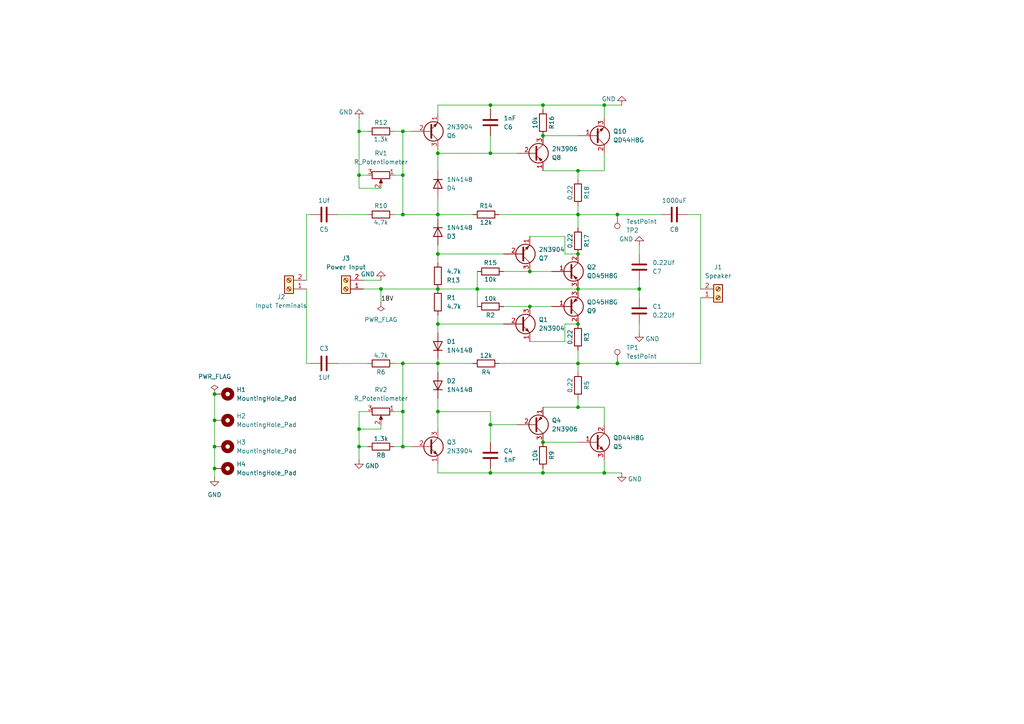
<source format=kicad_sch>
(kicad_sch (version 20231120) (generator "eeschema") (generator_version "8.0")
  (paper "A4")
  (title_block (rev "A"))
  (lib_symbols
    (symbol "2N3904_1" (pin_names (offset 0) hide)
      (property "Reference" "Q10" (at 5.08 -1.2701 0))
      (property "Value" "QD44H8G" (at 5.08 1.2699 0))
      (symbol "2N3904_1_0_1"
        (polyline (pts (xy 0.635 0.635) (xy 2.54 2.54)))
        (polyline (pts (xy 0.635 -0.635) (xy 2.54 -2.54) (xy 2.54 -2.54)))
        (polyline (pts (xy 0.635 1.905) (xy 0.635 -1.905) (xy 0.635 -1.905)) (stroke (width 0.508)))
        (polyline (pts (xy 1.27 -1.778) (xy 1.778 -1.27) (xy 2.286 -2.286) (xy 1.27 -1.778) (xy 1.27 -1.778)) (fill (type outline)))
        (circle (center 1.27 0) (radius 2.8194) (stroke (width 0.254)))
      )
      (symbol "2N3904_1_1_1"
        (pin passive line (at -5.08 0 0) (length 5.715) (name "B") (number "1"))
        (pin passive line (at 2.54 5.08 270) (length 2.54) (name "C") (number "2"))
        (pin passive line (at 2.54 -5.08 90) (length 2.54) (name "E") (number "3"))
      )
    )
    (symbol "2N3906_1" (pin_names (offset 0) hide)
      (property "Reference" "Q2" (at 5.08 1.2701 0))
      (property "Value" "QD45H8G" (at 5.08 -1.2699 0))
      (symbol "2N3906_1_0_1"
        (polyline (pts (xy 0.635 0.635) (xy 2.54 2.54)))
        (polyline (pts (xy 0.635 -0.635) (xy 2.54 -2.54) (xy 2.54 -2.54)))
        (polyline (pts (xy 0.635 1.905) (xy 0.635 -1.905) (xy 0.635 -1.905)) (stroke (width 0.508)))
        (polyline (pts (xy 2.286 -1.778) (xy 1.778 -2.286) (xy 1.27 -1.27) (xy 2.286 -1.778) (xy 2.286 -1.778)) (fill (type outline)))
        (circle (center 1.27 0) (radius 2.8194) (stroke (width 0.254)))
      )
      (symbol "2N3906_1_1_1"
        (pin input line (at -5.08 0 0) (length 5.715) (name "B") (number "1"))
        (pin passive line (at 2.54 5.08 270) (length 2.54) (name "C") (number "2"))
        (pin passive line (at 2.54 -5.08 90) (length 2.54) (name "E") (number "3"))
      )
    )
    (symbol "Connector:Screw_Terminal_01x02" (pin_names (offset 1.016) hide)
      (property "Reference" "J" (at 0 2.54 0))
      (property "Value" "Screw_Terminal_01x02" (at 0 -5.08 0))
      (symbol "Screw_Terminal_01x02_1_1"
        (rectangle (start -1.27 1.27) (end 1.27 -3.81) (stroke (width 0.254)) (fill (type background)))
        (circle (center 0 -2.54) (radius 0.635) (stroke (width 0.1524)))
        (polyline (pts (xy -0.5334 -2.2098) (xy 0.3302 -3.048)) (stroke (width 0.1524)))
        (polyline (pts (xy -0.5334 0.3302) (xy 0.3302 -0.508)) (stroke (width 0.1524)))
        (polyline (pts (xy -0.3556 -2.032) (xy 0.508 -2.8702)) (stroke (width 0.1524)))
        (polyline (pts (xy -0.3556 0.508) (xy 0.508 -0.3302)) (stroke (width 0.1524)))
        (circle (center 0 0) (radius 0.635) (stroke (width 0.1524)))
        (pin passive line (at -5.08 0 0) (length 3.81) (name "Pin_1") (number "1"))
        (pin passive line (at -5.08 -2.54 0) (length 3.81) (name "Pin_2") (number "2"))
      )
    )
    (symbol "Connector:TestPoint" (pin_numbers hide) (pin_names (offset 0.762) hide)
      (property "Reference" "TP" (at 0 6.858 0))
      (property "Value" "TestPoint" (at 0 5.08 0))
      (symbol "TestPoint_0_1"
        (circle (center 0 3.302) (radius 0.762))
      )
      (symbol "TestPoint_1_1"
        (pin passive line (at 0 0 90) (length 2.54) (name "1") (number "1"))
      )
    )
    (symbol "Device:C" (pin_numbers hide) (pin_names (offset 0.254))
      (property "Reference" "C" (at 0.635 2.54 0))
      (property "Value" "C" (at 0.635 -2.54 0))
      (symbol "C_0_1"
        (polyline (pts (xy -2.032 -0.762) (xy 2.032 -0.762)) (stroke (width 0.508)))
        (polyline (pts (xy -2.032 0.762) (xy 2.032 0.762)) (stroke (width 0.508)))
      )
      (symbol "C_1_1"
        (pin passive line (at 0 3.81 270) (length 2.794) (name "~") (number "1"))
        (pin passive line (at 0 -3.81 90) (length 2.794) (name "~") (number "2"))
      )
    )
    (symbol "Device:R" (pin_numbers hide) (pin_names (offset 0))
      (property "Reference" "R" (at 2.032 0 90))
      (property "Value" "R" (at 0 0 90))
      (symbol "R_0_1"
        (rectangle (start -1.016 -2.54) (end 1.016 2.54) (stroke (width 0.254)))
      )
      (symbol "R_1_1"
        (pin passive line (at 0 3.81 270) (length 1.27) (name "~") (number "1"))
        (pin passive line (at 0 -3.81 90) (length 1.27) (name "~") (number "2"))
      )
    )
    (symbol "Device:R_Potentiometer" (pin_names (offset 1.016) hide)
      (property "Reference" "RV" (at -4.445 0 90))
      (property "Value" "R_Potentiometer" (at -2.54 0 90))
      (symbol "R_Potentiometer_0_1"
        (polyline (pts (xy 2.54 0) (xy 1.524 0)))
        (polyline (pts (xy 1.143 0) (xy 2.286 0.508) (xy 2.286 -0.508) (xy 1.143 0)) (fill (type outline)))
        (rectangle (start 1.016 2.54) (end -1.016 -2.54) (stroke (width 0.254)))
      )
      (symbol "R_Potentiometer_1_1"
        (pin passive line (at 0 3.81 270) (length 1.27) (name "1") (number "1"))
        (pin passive line (at 3.81 0 180) (length 1.27) (name "2") (number "2"))
        (pin passive line (at 0 -3.81 90) (length 1.27) (name "3") (number "3"))
      )
    )
    (symbol "Diode:1N4148" (pin_numbers hide) (pin_names hide)
      (property "Reference" "D" (at 0 2.54 0))
      (property "Value" "1N4148" (at 0 -2.54 0))
      (symbol "1N4148_0_1"
        (polyline (pts (xy -1.27 1.27) (xy -1.27 -1.27)) (stroke (width 0.254)))
        (polyline (pts (xy 1.27 0) (xy -1.27 0)))
        (polyline (pts (xy 1.27 1.27) (xy 1.27 -1.27) (xy -1.27 0) (xy 1.27 1.27)) (stroke (width 0.254)))
      )
      (symbol "1N4148_1_1"
        (pin passive line (at -3.81 0 0) (length 2.54) (name "K") (number "1"))
        (pin passive line (at 3.81 0 180) (length 2.54) (name "A") (number "2"))
      )
    )
    (symbol "Mechanical:MountingHole_Pad" (pin_numbers hide) (pin_names (offset 1.016) hide) (exclude_from_sim yes) (in_bom no)
      (property "Reference" "H" (at 0 6.35 0))
      (property "Value" "MountingHole_Pad" (at 0 4.445 0))
      (symbol "MountingHole_Pad_0_1"
        (circle (center 0 1.27) (radius 1.27) (stroke (width 1.27)))
      )
      (symbol "MountingHole_Pad_1_1"
        (pin input line (at 0 -2.54 90) (length 2.54) (name "1") (number "1"))
      )
    )
    (symbol "Transistor_BJT:2N3904" (pin_names (offset 0) hide)
      (property "Reference" "Q" (at 5.08 1.905 0))
      (property "Value" "2N3904" (at 5.08 0 0))
      (symbol "2N3904_0_1"
        (polyline (pts (xy 0.635 0.635) (xy 2.54 2.54)))
        (polyline (pts (xy 0.635 -0.635) (xy 2.54 -2.54) (xy 2.54 -2.54)))
        (polyline (pts (xy 0.635 1.905) (xy 0.635 -1.905) (xy 0.635 -1.905)) (stroke (width 0.508)))
        (polyline (pts (xy 1.27 -1.778) (xy 1.778 -1.27) (xy 2.286 -2.286) (xy 1.27 -1.778) (xy 1.27 -1.778)) (fill (type outline)))
        (circle (center 1.27 0) (radius 2.8194) (stroke (width 0.254)))
      )
      (symbol "2N3904_1_1"
        (pin passive line (at 2.54 -5.08 90) (length 2.54) (name "E") (number "1"))
        (pin passive line (at -5.08 0 0) (length 5.715) (name "B") (number "2"))
        (pin passive line (at 2.54 5.08 270) (length 2.54) (name "C") (number "3"))
      )
    )
    (symbol "Transistor_BJT:2N3906" (pin_names (offset 0) hide)
      (property "Reference" "Q" (at 5.08 1.905 0))
      (property "Value" "2N3906" (at 5.08 0 0))
      (symbol "2N3906_0_1"
        (polyline (pts (xy 0.635 0.635) (xy 2.54 2.54)))
        (polyline (pts (xy 0.635 -0.635) (xy 2.54 -2.54) (xy 2.54 -2.54)))
        (polyline (pts (xy 0.635 1.905) (xy 0.635 -1.905) (xy 0.635 -1.905)) (stroke (width 0.508)))
        (polyline (pts (xy 2.286 -1.778) (xy 1.778 -2.286) (xy 1.27 -1.27) (xy 2.286 -1.778) (xy 2.286 -1.778)) (fill (type outline)))
        (circle (center 1.27 0) (radius 2.8194) (stroke (width 0.254)))
      )
      (symbol "2N3906_1_1"
        (pin passive line (at 2.54 -5.08 90) (length 2.54) (name "E") (number "1"))
        (pin input line (at -5.08 0 0) (length 5.715) (name "B") (number "2"))
        (pin passive line (at 2.54 5.08 270) (length 2.54) (name "C") (number "3"))
      )
    )
    (symbol "power:GND" (power) (pin_numbers hide) (pin_names (offset 0) hide)
      (property "Value" "GND" (at 0 -3.81 0))
      (symbol "GND_0_1"
        (polyline (pts (xy 0 0) (xy 0 -1.27) (xy 1.27 -1.27) (xy 0 -2.54) (xy -1.27 -1.27) (xy 0 -1.27)))
      )
      (symbol "GND_1_1"
        (pin power_in line (at 0 0 270) (length 0) (name "~") (number "1"))
      )
    )
    (symbol "power:PWR_FLAG" (power) (pin_numbers hide) (pin_names (offset 0) hide)
      (property "Value" "PWR_FLAG" (at 0 3.81 0))
      (symbol "PWR_FLAG_0_0"
        (pin power_out line (at 0 0 90) (length 0) (name "~") (number "1"))
      )
      (symbol "PWR_FLAG_0_1"
        (polyline (pts (xy 0 0) (xy 0 1.27) (xy -1.016 1.905) (xy 0 2.54) (xy 1.016 1.905) (xy 0 1.27)))
      )
    )
  )
  (junction (at 116.84 62.23))
  (junction (at 142.24 137.16))
  (junction (at 179.07 62.23))
  (junction (at 127 119.38))
  (junction (at 116.84 38.1))
  (junction (at 62.23 129.54))
  (junction (at 116.84 129.54))
  (junction (at 153.67 78.74))
  (junction (at 142.24 123.19))
  (junction (at 127 105.41))
  (junction (at 62.23 135.89))
  (junction (at 167.64 73.66))
  (junction (at 104.14 38.1))
  (junction (at 116.84 50.8))
  (junction (at 157.48 30.48))
  (junction (at 153.67 88.9))
  (junction (at 127 73.66))
  (junction (at 116.84 119.38))
  (junction (at 157.48 39.37))
  (junction (at 127 83.82))
  (junction (at 167.64 49.53))
  (junction (at 127 62.23))
  (junction (at 157.48 137.16))
  (junction (at 62.23 114.3))
  (junction (at 127 93.98))
  (junction (at 104.14 50.8))
  (junction (at 167.64 83.82))
  (junction (at 167.64 62.23))
  (junction (at 104.14 129.54))
  (junction (at 142.24 44.45))
  (junction (at 157.48 128.27))
  (junction (at 179.07 105.41))
  (junction (at 62.23 121.92))
  (junction (at 104.14 124.46))
  (junction (at 167.64 93.98))
  (junction (at 175.26 30.48))
  (junction (at 167.64 105.41))
  (junction (at 138.43 83.82))
  (junction (at 185.42 83.82))
  (junction (at 127 44.45))
  (junction (at 142.24 30.48))
  (junction (at 110.49 83.82))
  (junction (at 175.26 137.16))
  (junction (at 116.84 105.41))
  (junction (at 167.64 118.11))
  (wire (pts (xy 104.14 38.1) (xy 104.14 34.29)))
  (wire (pts (xy 116.84 62.23) (xy 116.84 50.8)))
  (wire (pts (xy 106.68 38.1) (xy 104.14 38.1)))
  (wire (pts (xy 175.26 133.35) (xy 175.26 137.16)))
  (wire (pts (xy 127 83.82) (xy 138.43 83.82)))
  (wire (pts (xy 146.05 88.9) (xy 153.67 88.9)))
  (wire (pts (xy 167.64 93.98) (xy 163.83 93.98)))
  (wire (pts (xy 144.78 62.23) (xy 167.64 62.23)))
  (wire (pts (xy 105.41 83.82) (xy 110.49 83.82)))
  (wire (pts (xy 142.24 135.89) (xy 142.24 137.16)))
  (wire (pts (xy 167.64 62.23) (xy 179.07 62.23)))
  (wire (pts (xy 167.64 118.11) (xy 175.26 118.11)))
  (wire (pts (xy 167.64 83.82) (xy 185.42 83.82)))
  (wire (pts (xy 142.24 123.19) (xy 142.24 128.27)))
  (wire (pts (xy 116.84 105.41) (xy 116.84 119.38)))
  (wire (pts (xy 114.3 129.54) (xy 116.84 129.54)))
  (wire (pts (xy 104.14 124.46) (xy 104.14 129.54)))
  (wire (pts (xy 110.49 83.82) (xy 127 83.82)))
  (wire (pts (xy 114.3 62.23) (xy 116.84 62.23)))
  (wire (pts (xy 167.64 62.23) (xy 167.64 59.69)))
  (wire (pts (xy 146.05 78.74) (xy 153.67 78.74)))
  (wire (pts (xy 114.3 50.8) (xy 116.84 50.8)))
  (wire (pts (xy 127 76.2) (xy 127 73.66)))
  (wire (pts (xy 127 73.66) (xy 127 71.12)))
  (wire (pts (xy 106.68 50.8) (xy 104.14 50.8)))
  (wire (pts (xy 175.26 118.11) (xy 175.26 123.19)))
  (wire (pts (xy 104.14 124.46) (xy 110.49 124.46)))
  (wire (pts (xy 127 49.53) (xy 127 44.45)))
  (wire (pts (xy 114.3 119.38) (xy 116.84 119.38)))
  (wire (pts (xy 127 105.41) (xy 127 107.95)))
  (wire (pts (xy 142.24 44.45) (xy 149.86 44.45)))
  (wire (pts (xy 104.14 50.8) (xy 104.14 38.1)))
  (wire (pts (xy 127 105.41) (xy 127 104.14)))
  (wire (pts (xy 163.83 93.98) (xy 163.83 99.06)))
  (wire (pts (xy 153.67 68.58) (xy 163.83 68.58)))
  (wire (pts (xy 127 44.45) (xy 142.24 44.45)))
  (wire (pts (xy 104.14 119.38) (xy 104.14 124.46)))
  (wire (pts (xy 127 44.45) (xy 127 43.18)))
  (wire (pts (xy 104.14 119.38) (xy 106.68 119.38)))
  (wire (pts (xy 138.43 83.82) (xy 138.43 88.9)))
  (wire (pts (xy 142.24 30.48) (xy 157.48 30.48)))
  (wire (pts (xy 167.64 73.66) (xy 163.83 73.66)))
  (wire (pts (xy 116.84 129.54) (xy 119.38 129.54)))
  (wire (pts (xy 137.16 105.41) (xy 127 105.41)))
  (wire (pts (xy 142.24 137.16) (xy 157.48 137.16)))
  (wire (pts (xy 127 119.38) (xy 127 124.46)))
  (wire (pts (xy 114.3 38.1) (xy 116.84 38.1)))
  (wire (pts (xy 137.16 62.23) (xy 127 62.23)))
  (wire (pts (xy 203.2 86.36) (xy 203.2 105.41)))
  (wire (pts (xy 167.64 52.07) (xy 167.64 49.53)))
  (wire (pts (xy 88.9 105.41) (xy 90.17 105.41)))
  (wire (pts (xy 106.68 129.54) (xy 104.14 129.54)))
  (wire (pts (xy 127 91.44) (xy 127 93.98)))
  (wire (pts (xy 179.07 62.23) (xy 191.77 62.23)))
  (wire (pts (xy 157.48 30.48) (xy 175.26 30.48)))
  (wire (pts (xy 62.23 129.54) (xy 62.23 135.89)))
  (wire (pts (xy 199.39 62.23) (xy 203.2 62.23)))
  (wire (pts (xy 116.84 38.1) (xy 119.38 38.1)))
  (wire (pts (xy 167.64 105.41) (xy 179.07 105.41)))
  (wire (pts (xy 175.26 137.16) (xy 180.34 137.16)))
  (wire (pts (xy 153.67 88.9) (xy 160.02 88.9)))
  (wire (pts (xy 62.23 135.89) (xy 62.23 138.43)))
  (wire (pts (xy 153.67 78.74) (xy 160.02 78.74)))
  (wire (pts (xy 127 93.98) (xy 127 96.52)))
  (wire (pts (xy 157.48 118.11) (xy 167.64 118.11)))
  (wire (pts (xy 97.79 62.23) (xy 106.68 62.23)))
  (wire (pts (xy 114.3 105.41) (xy 116.84 105.41)))
  (wire (pts (xy 127 33.02) (xy 127 30.48)))
  (wire (pts (xy 175.26 34.29) (xy 175.26 30.48)))
  (wire (pts (xy 97.79 105.41) (xy 106.68 105.41)))
  (wire (pts (xy 157.48 135.89) (xy 157.48 137.16)))
  (wire (pts (xy 104.14 129.54) (xy 104.14 133.35)))
  (wire (pts (xy 203.2 62.23) (xy 203.2 83.82)))
  (wire (pts (xy 127 62.23) (xy 127 63.5)))
  (wire (pts (xy 127 62.23) (xy 127 57.15)))
  (wire (pts (xy 88.9 62.23) (xy 88.9 81.28)))
  (wire (pts (xy 138.43 83.82) (xy 167.64 83.82)))
  (wire (pts (xy 175.26 49.53) (xy 175.26 44.45)))
  (wire (pts (xy 185.42 83.82) (xy 185.42 81.28)))
  (wire (pts (xy 142.24 44.45) (xy 142.24 39.37)))
  (wire (pts (xy 167.64 115.57) (xy 167.64 118.11)))
  (wire (pts (xy 185.42 93.98) (xy 185.42 96.52)))
  (wire (pts (xy 167.64 49.53) (xy 175.26 49.53)))
  (wire (pts (xy 157.48 128.27) (xy 167.64 128.27)))
  (wire (pts (xy 185.42 83.82) (xy 185.42 86.36)))
  (wire (pts (xy 185.42 71.12) (xy 185.42 73.66)))
  (wire (pts (xy 116.84 62.23) (xy 127 62.23)))
  (wire (pts (xy 116.84 38.1) (xy 116.84 50.8)))
  (wire (pts (xy 104.14 54.61) (xy 104.14 50.8)))
  (wire (pts (xy 127 93.98) (xy 146.05 93.98)))
  (wire (pts (xy 62.23 114.3) (xy 62.23 121.92)))
  (wire (pts (xy 110.49 124.46) (xy 110.49 123.19)))
  (wire (pts (xy 179.07 105.41) (xy 203.2 105.41)))
  (wire (pts (xy 175.26 30.48) (xy 180.34 30.48)))
  (wire (pts (xy 127 119.38) (xy 142.24 119.38)))
  (wire (pts (xy 167.64 105.41) (xy 167.64 107.95)))
  (wire (pts (xy 116.84 119.38) (xy 116.84 129.54)))
  (wire (pts (xy 127 115.57) (xy 127 119.38)))
  (wire (pts (xy 127 73.66) (xy 146.05 73.66)))
  (wire (pts (xy 142.24 119.38) (xy 142.24 123.19)))
  (wire (pts (xy 127 134.62) (xy 127 137.16)))
  (wire (pts (xy 142.24 31.75) (xy 142.24 30.48)))
  (wire (pts (xy 127 137.16) (xy 142.24 137.16)))
  (wire (pts (xy 127 30.48) (xy 142.24 30.48)))
  (wire (pts (xy 157.48 137.16) (xy 175.26 137.16)))
  (wire (pts (xy 157.48 49.53) (xy 167.64 49.53)))
  (wire (pts (xy 153.67 99.06) (xy 163.83 99.06)))
  (wire (pts (xy 110.49 83.82) (xy 110.49 87.63)))
  (wire (pts (xy 88.9 83.82) (xy 88.9 105.41)))
  (wire (pts (xy 167.64 105.41) (xy 167.64 101.6)))
  (wire (pts (xy 105.41 81.28) (xy 110.49 81.28)))
  (wire (pts (xy 157.48 31.75) (xy 157.48 30.48)))
  (wire (pts (xy 144.78 105.41) (xy 167.64 105.41)))
  (wire (pts (xy 138.43 83.82) (xy 138.43 78.74)))
  (wire (pts (xy 88.9 62.23) (xy 90.17 62.23)))
  (wire (pts (xy 116.84 105.41) (xy 127 105.41)))
  (wire (pts (xy 62.23 121.92) (xy 62.23 129.54)))
  (wire (pts (xy 167.64 62.23) (xy 167.64 66.04)))
  (wire (pts (xy 142.24 123.19) (xy 149.86 123.19)))
  (wire (pts (xy 163.83 73.66) (xy 163.83 68.58)))
  (wire (pts (xy 157.48 39.37) (xy 167.64 39.37)))
  (wire (pts (xy 110.49 54.61) (xy 104.14 54.61)))
  (label "18V" (at 110.49 87.63 0))
  (symbol (lib_name "2N3904_1") (lib_id "Transistor_BJT:2N3904") (at 172.72 128.27 0) (unit 1)
    (property "Reference" "Q5" (at 177.8 129.5401 0) (effects (justify left)))
    (property "Value" "QD44H8G" (at 177.8 127.0001 0) (effects (justify left)))
    (property "Footprint" "Package_TO_SOT_THT:TO-220-3_Vertical" (effects (hide yes)))
    (property "Datasheet" "https://www.onsemi.com/pub/Collateral/2N3903-D.PDF" (effects (hide yes)))
    (property "Description" "0.2A Ic, 40V Vce, Small Signal NPN Transistor, TO-92" (effects (hide yes)))
  )
  (symbol (lib_id "Device:C") (at 185.42 77.47 0) (mirror x) (unit 1)
    (property "Reference" "C7" (at 189.23 78.7401 0) (effects (justify left)))
    (property "Value" "0.22Uf" (at 189.23 76.2001 0) (effects (justify left)))
    (property "Footprint" "Capacitor_THT:C_Rect_L7.0mm_W3.5mm_P5.00mm" (effects (hide yes)))
    (property "Description" "Unpolarized capacitor" (effects (hide yes)))
  )
  (symbol (lib_id "Device:R") (at 167.64 55.88 0) (mirror x) (unit 1)
    (property "Reference" "R18" (at 170.18 55.88 90))
    (property "Value" "0.22" (at 165.354 55.88 90))
    (property "Footprint" "Resistor_THT:R_Axial_DIN0207_L6.3mm_D2.5mm_P10.16mm_Horizontal" (effects (hide yes)))
    (property "Description" "Resistor" (effects (hide yes)))
  )
  (symbol (lib_id "Device:R") (at 140.97 62.23 270) (mirror x) (unit 1)
    (property "Reference" "R14" (at 140.97 59.69 90))
    (property "Value" "12k" (at 140.97 64.516 90))
    (property "Footprint" "Resistor_THT:R_Axial_DIN0207_L6.3mm_D2.5mm_P10.16mm_Horizontal" (effects (hide yes)))
    (property "Description" "Resistor" (effects (hide yes)))
  )
  (symbol (lib_id "power:GND") (at 180.34 30.48 180) (unit 1)
    (property "Reference" "#PWR05" (effects (hide yes)))
    (property "Value" "GND" (at 176.53 28.702 0))
    (property "Description" "Power symbol creates a global label with name \"GND\" , ground" (effects (hide yes)))
  )
  (symbol (lib_id "Device:R") (at 142.24 88.9 270) (unit 1)
    (property "Reference" "R2" (at 142.24 91.44 90))
    (property "Value" "10k" (at 142.24 86.614 90))
    (property "Footprint" "Resistor_THT:R_Axial_DIN0207_L6.3mm_D2.5mm_P10.16mm_Horizontal" (effects (hide yes)))
    (property "Description" "Resistor" (effects (hide yes)))
  )
  (symbol (lib_id "Device:R") (at 110.49 105.41 270) (unit 1)
    (property "Reference" "R6" (at 110.49 107.95 90))
    (property "Value" "4.7k" (at 110.49 103.124 90))
    (property "Footprint" "Resistor_THT:R_Axial_DIN0207_L6.3mm_D2.5mm_P10.16mm_Horizontal" (effects (hide yes)))
    (property "Description" "Resistor" (effects (hide yes)))
  )
  (symbol (lib_id "power:GND") (at 185.42 71.12 180) (unit 1)
    (property "Reference" "#PWR06" (effects (hide yes)))
    (property "Value" "GND" (at 181.61 69.342 0))
    (property "Description" "Power symbol creates a global label with name \"GND\" , ground" (effects (hide yes)))
  )
  (symbol (lib_id "Device:C") (at 195.58 62.23 90) (mirror x) (unit 1)
    (property "Reference" "C8" (at 195.58 66.548 90))
    (property "Value" "1000uF" (at 195.58 58.166 90))
    (property "Footprint" "Capacitor_THT:CP_Radial_D12.5mm_P5.00mm" (effects (hide yes)))
    (property "Description" "Unpolarized capacitor" (effects (hide yes)))
  )
  (symbol (lib_id "Device:R") (at 167.64 111.76 0) (unit 1)
    (property "Reference" "R5" (at 170.18 111.76 90))
    (property "Value" "0.22" (at 165.354 111.76 90))
    (property "Footprint" "Resistor_THT:R_Axial_DIN0207_L6.3mm_D2.5mm_P10.16mm_Horizontal" (effects (hide yes)))
    (property "Description" "Resistor" (effects (hide yes)))
  )
  (symbol (lib_id "Device:C") (at 93.98 105.41 90) (unit 1)
    (property "Reference" "C3" (at 93.98 101.092 90))
    (property "Value" "1Uf" (at 93.98 109.474 90))
    (property "Footprint" "Capacitor_THT:CP_Radial_D5.0mm_P2.00mm" (effects (hide yes)))
    (property "Description" "Unpolarized capacitor" (effects (hide yes)))
  )
  (symbol (lib_id "Connector:TestPoint") (at 179.07 62.23 0) (mirror x) (unit 1)
    (property "Reference" "TP2" (at 181.61 66.8021 0) (effects (justify left)))
    (property "Value" "TestPoint" (at 181.61 64.2621 0) (effects (justify left)))
    (property "Footprint" "TestPoint:TestPoint_Plated_Hole_D2.0mm" (effects (hide yes)))
    (property "Description" "test point" (effects (hide yes)))
  )
  (symbol (lib_name "2N3906_1") (lib_id "Transistor_BJT:2N3906") (at 165.1 88.9 0) (mirror x) (unit 1)
    (property "Reference" "Q9" (at 170.18 90.1701 0) (effects (justify left)))
    (property "Value" "QD45H8G" (at 170.18 87.6301 0) (effects (justify left)))
    (property "Footprint" "Package_TO_SOT_THT:TO-220-3_Vertical" (effects (hide yes)))
    (property "Datasheet" "https://www.onsemi.com/pub/Collateral/2N3906-D.PDF" (effects (hide yes)))
    (property "Description" "-0.2A Ic, -40V Vce, Small Signal PNP Transistor, TO-92" (effects (hide yes)))
  )
  (symbol (lib_id "Connector:TestPoint") (at 179.07 105.41 0) (unit 1)
    (property "Reference" "TP1" (at 181.61 100.8379 0) (effects (justify left)))
    (property "Value" "TestPoint" (at 181.61 103.3779 0) (effects (justify left)))
    (property "Footprint" "TestPoint:TestPoint_Plated_Hole_D2.0mm" (effects (hide yes)))
    (property "Description" "test point" (effects (hide yes)))
  )
  (symbol (lib_id "Diode:1N4148") (at 127 53.34 90) (mirror x) (unit 1)
    (property "Reference" "D4" (at 129.54 54.6101 90) (effects (justify right)))
    (property "Value" "1N4148" (at 129.54 52.0701 90) (effects (justify right)))
    (property "Footprint" "Diode_THT:D_DO-41_SOD81_P10.16mm_Horizontal" (effects (hide yes)))
    (property "Datasheet" "https://assets.nexperia.com/documents/data-sheet/1N4148_1N4448.pdf" (effects (hide yes)))
    (property "Description" "100V 0.15A standard switching diode, DO-35" (effects (hide yes)))
    (property "Sim.Device" "D" (effects (hide yes)))
    (property "Sim.Pins" "1=K 2=A" (effects (hide yes)))
  )
  (symbol (lib_id "Device:R") (at 127 80.01 0) (mirror x) (unit 1)
    (property "Reference" "R13" (at 129.54 81.2801 0) (effects (justify left)))
    (property "Value" "4.7k" (at 129.54 78.7401 0) (effects (justify left)))
    (property "Footprint" "Resistor_THT:R_Axial_DIN0207_L6.3mm_D2.5mm_P10.16mm_Horizontal" (effects (hide yes)))
    (property "Description" "Resistor" (effects (hide yes)))
  )
  (symbol (lib_id "Device:R") (at 110.49 62.23 270) (mirror x) (unit 1)
    (property "Reference" "R10" (at 110.49 59.69 90))
    (property "Value" "4.7k" (at 110.49 64.516 90))
    (property "Footprint" "Resistor_THT:R_Axial_DIN0207_L6.3mm_D2.5mm_P10.16mm_Horizontal" (effects (hide yes)))
    (property "Description" "Resistor" (effects (hide yes)))
  )
  (symbol (lib_id "Device:C") (at 185.42 90.17 0) (unit 1)
    (property "Reference" "C1" (at 189.23 88.8999 0) (effects (justify left)))
    (property "Value" "0.22Uf" (at 189.23 91.4399 0) (effects (justify left)))
    (property "Footprint" "Capacitor_THT:C_Rect_L7.0mm_W3.5mm_P5.00mm" (effects (hide yes)))
    (property "Description" "Unpolarized capacitor" (effects (hide yes)))
  )
  (symbol (lib_id "Device:R") (at 157.48 35.56 0) (mirror x) (unit 1)
    (property "Reference" "R16" (at 160.02 35.56 90))
    (property "Value" "10k" (at 155.194 35.56 90))
    (property "Footprint" "Resistor_THT:R_Axial_DIN0207_L6.3mm_D2.5mm_P10.16mm_Horizontal" (effects (hide yes)))
    (property "Description" "Resistor" (effects (hide yes)))
  )
  (symbol (lib_name "2N3904_1") (lib_id "Transistor_BJT:2N3904") (at 172.72 39.37 0) (mirror x) (unit 1)
    (property "Reference" "Q10" (at 177.8 38.0999 0) (effects (justify left)))
    (property "Value" "QD44H8G" (at 177.8 40.6399 0) (effects (justify left)))
    (property "Footprint" "Package_TO_SOT_THT:TO-220-3_Vertical" (effects (hide yes)))
    (property "Datasheet" "https://www.onsemi.com/pub/Collateral/2N3903-D.PDF" (effects (hide yes)))
    (property "Description" "0.2A Ic, 40V Vce, Small Signal NPN Transistor, TO-92" (effects (hide yes)))
  )
  (symbol (lib_id "power:GND") (at 110.49 81.28 180) (unit 1)
    (property "Reference" "#PWR07" (effects (hide yes)))
    (property "Value" "GND" (at 106.68 79.502 0))
    (property "Description" "Power symbol creates a global label with name \"GND\" , ground" (effects (hide yes)))
  )
  (symbol (lib_id "Connector:Screw_Terminal_01x02") (at 83.82 83.82 180) (unit 1)
    (property "Reference" "J2" (at 81.534 86.106 0))
    (property "Value" "Input Terminals" (at 81.534 88.646 0))
    (property "Footprint" "TerminalBlock_Phoenix:TerminalBlock_Phoenix_MKDS-1,5-2_1x02_P5.00mm_Horizontal" (effects (hide yes)))
    (property "Description" "Generic screw terminal, single row, 01x02, script generated (kicad-library-utils/schlib/autogen/connector/)" (effects (hide yes)))
  )
  (symbol (lib_id "Device:R") (at 140.97 105.41 270) (unit 1)
    (property "Reference" "R4" (at 140.97 107.95 90))
    (property "Value" "12k" (at 140.97 103.124 90))
    (property "Footprint" "Resistor_THT:R_Axial_DIN0207_L6.3mm_D2.5mm_P10.16mm_Horizontal" (effects (hide yes)))
    (property "Description" "Resistor" (effects (hide yes)))
  )
  (symbol (lib_id "Connector:Screw_Terminal_01x02") (at 100.33 83.82 180) (unit 1)
    (property "Reference" "J3" (at 100.33 74.93 0))
    (property "Value" "Power Input" (at 100.33 77.47 0))
    (property "Footprint" "TerminalBlock_Phoenix:TerminalBlock_Phoenix_MKDS-1,5-2_1x02_P5.00mm_Horizontal" (effects (hide yes)))
    (property "Description" "Generic screw terminal, single row, 01x02, script generated (kicad-library-utils/schlib/autogen/connector/)" (effects (hide yes)))
  )
  (symbol (lib_id "power:GND") (at 185.42 96.52 0) (unit 1)
    (property "Reference" "#PWR01" (effects (hide yes)))
    (property "Value" "GND" (at 189.23 98.298 0))
    (property "Description" "Power symbol creates a global label with name \"GND\" , ground" (effects (hide yes)))
  )
  (symbol (lib_id "Mechanical:MountingHole_Pad") (at 64.77 114.3 270) (unit 1) (exclude_from_sim yes) (in_bom no)
    (property "Reference" "H1" (at 68.58 113.0299 90) (effects (justify left)))
    (property "Value" "MountingHole_Pad" (at 68.58 115.5699 90) (effects (justify left)))
    (property "Footprint" "MountingHole:MountingHole_3.5mm_Pad" (effects (hide yes)))
    (property "Description" "Mounting Hole with connection" (effects (hide yes)))
  )
  (symbol (lib_id "Mechanical:MountingHole_Pad") (at 64.77 121.92 270) (unit 1) (exclude_from_sim yes) (in_bom no)
    (property "Reference" "H2" (at 68.58 120.6499 90) (effects (justify left)))
    (property "Value" "MountingHole_Pad" (at 68.58 123.1899 90) (effects (justify left)))
    (property "Footprint" "MountingHole:MountingHole_3.5mm_Pad" (effects (hide yes)))
    (property "Description" "Mounting Hole with connection" (effects (hide yes)))
  )
  (symbol (lib_id "Device:R") (at 167.64 69.85 0) (mirror x) (unit 1)
    (property "Reference" "R17" (at 170.18 69.85 90))
    (property "Value" "0.22" (at 165.354 69.85 90))
    (property "Footprint" "Resistor_THT:R_Axial_DIN0207_L6.3mm_D2.5mm_P10.16mm_Horizontal" (effects (hide yes)))
    (property "Description" "Resistor" (effects (hide yes)))
  )
  (symbol (lib_id "Mechanical:MountingHole_Pad") (at 64.77 135.89 270) (unit 1) (exclude_from_sim yes) (in_bom no)
    (property "Reference" "H4" (at 68.58 134.6199 90) (effects (justify left)))
    (property "Value" "MountingHole_Pad" (at 68.58 137.1599 90) (effects (justify left)))
    (property "Footprint" "MountingHole:MountingHole_3.5mm_Pad" (effects (hide yes)))
    (property "Description" "Mounting Hole with connection" (effects (hide yes)))
  )
  (symbol (lib_id "power:GND") (at 62.23 138.43 0) (unit 1)
    (property "Reference" "#PWR09" (effects (hide yes)))
    (property "Value" "GND" (at 62.23 143.51 0))
    (property "Description" "Power symbol creates a global label with name \"GND\" , ground" (effects (hide yes)))
  )
  (symbol (lib_id "Device:C") (at 142.24 132.08 0) (unit 1)
    (property "Reference" "C4" (at 146.05 130.8099 0) (effects (justify left)))
    (property "Value" "1nF" (at 146.05 133.3499 0) (effects (justify left)))
    (property "Footprint" "Capacitor_THT:C_Disc_D5.1mm_W3.2mm_P5.00mm" (effects (hide yes)))
    (property "Description" "Unpolarized capacitor" (effects (hide yes)))
  )
  (symbol (lib_id "power:GND") (at 104.14 133.35 0) (unit 1)
    (property "Reference" "#PWR02" (effects (hide yes)))
    (property "Value" "GND" (at 107.95 135.128 0))
    (property "Description" "Power symbol creates a global label with name \"GND\" , ground" (effects (hide yes)))
  )
  (symbol (lib_id "power:PWR_FLAG") (at 110.49 87.63 180) (unit 1)
    (property "Reference" "#FLG01" (effects (hide yes)))
    (property "Value" "PWR_FLAG" (at 110.49 92.71 0))
    (property "Description" "Special symbol for telling ERC where power comes from" (effects (hide yes)))
  )
  (symbol (lib_id "Diode:1N4148") (at 127 67.31 90) (mirror x) (unit 1)
    (property "Reference" "D3" (at 129.54 68.5801 90) (effects (justify right)))
    (property "Value" "1N4148" (at 129.54 66.0401 90) (effects (justify right)))
    (property "Footprint" "Diode_THT:D_DO-41_SOD81_P10.16mm_Horizontal" (effects (hide yes)))
    (property "Datasheet" "https://assets.nexperia.com/documents/data-sheet/1N4148_1N4448.pdf" (effects (hide yes)))
    (property "Description" "100V 0.15A standard switching diode, DO-35" (effects (hide yes)))
    (property "Sim.Device" "D" (effects (hide yes)))
    (property "Sim.Pins" "1=K 2=A" (effects (hide yes)))
  )
  (symbol (lib_id "Transistor_BJT:2N3904") (at 124.46 129.54 0) (unit 1)
    (property "Reference" "Q3" (at 129.54 128.2699 0) (effects (justify left)))
    (property "Value" "2N3904" (at 129.54 130.8099 0) (effects (justify left)))
    (property "Footprint" "Package_TO_SOT_THT:TO-92_Wide" (effects (hide yes)))
    (property "Datasheet" "https://www.onsemi.com/pub/Collateral/2N3903-D.PDF" (effects (hide yes)))
    (property "Description" "0.2A Ic, 40V Vce, Small Signal NPN Transistor, TO-92" (effects (hide yes)))
  )
  (symbol (lib_id "Device:R") (at 110.49 38.1 270) (mirror x) (unit 1)
    (property "Reference" "R12" (at 110.49 35.56 90))
    (property "Value" "1.3k" (at 110.49 40.386 90))
    (property "Footprint" "Resistor_THT:R_Axial_DIN0207_L6.3mm_D2.5mm_P10.16mm_Horizontal" (effects (hide yes)))
    (property "Description" "Resistor" (effects (hide yes)))
  )
  (symbol (lib_id "Mechanical:MountingHole_Pad") (at 64.77 129.54 270) (unit 1) (exclude_from_sim yes) (in_bom no)
    (property "Reference" "H3" (at 68.58 128.2699 90) (effects (justify left)))
    (property "Value" "MountingHole_Pad" (at 68.58 130.8099 90) (effects (justify left)))
    (property "Footprint" "MountingHole:MountingHole_3.5mm_Pad" (effects (hide yes)))
    (property "Description" "Mounting Hole with connection" (effects (hide yes)))
  )
  (symbol (lib_id "Transistor_BJT:2N3904") (at 151.13 93.98 0) (unit 1)
    (property "Reference" "Q1" (at 156.21 92.7099 0) (effects (justify left)))
    (property "Value" "2N3904" (at 156.21 95.2499 0) (effects (justify left)))
    (property "Footprint" "Package_TO_SOT_THT:TO-92_Wide" (effects (hide yes)))
    (property "Datasheet" "https://www.onsemi.com/pub/Collateral/2N3903-D.PDF" (effects (hide yes)))
    (property "Description" "0.2A Ic, 40V Vce, Small Signal NPN Transistor, TO-92" (effects (hide yes)))
  )
  (symbol (lib_id "Device:C") (at 142.24 35.56 0) (mirror x) (unit 1)
    (property "Reference" "C6" (at 146.05 36.8301 0) (effects (justify left)))
    (property "Value" "1nF" (at 146.05 34.2901 0) (effects (justify left)))
    (property "Footprint" "Capacitor_THT:C_Disc_D5.1mm_W3.2mm_P5.00mm" (effects (hide yes)))
    (property "Description" "Unpolarized capacitor" (effects (hide yes)))
  )
  (symbol (lib_id "Device:R_Potentiometer") (at 110.49 119.38 270) (unit 1)
    (property "Reference" "RV2" (at 110.49 113.03 90))
    (property "Value" "R_Potentiometer" (at 110.49 115.57 90))
    (property "Footprint" "Potentiometer_THT:Potentiometer_Bourns_3386P_Vertical" (effects (hide yes)))
    (property "Description" "Potentiometer" (effects (hide yes)))
  )
  (symbol (lib_id "power:PWR_FLAG") (at 62.23 114.3 0) (unit 1)
    (property "Reference" "#FLG02" (effects (hide yes)))
    (property "Value" "PWR_FLAG" (at 62.23 109.22 0))
    (property "Description" "Special symbol for telling ERC where power comes from" (effects (hide yes)))
  )
  (symbol (lib_id "Device:R") (at 110.49 129.54 270) (unit 1)
    (property "Reference" "R8" (at 110.49 132.08 90))
    (property "Value" "1.3k" (at 110.49 127.254 90))
    (property "Footprint" "Resistor_THT:R_Axial_DIN0207_L6.3mm_D2.5mm_P10.16mm_Horizontal" (effects (hide yes)))
    (property "Description" "Resistor" (effects (hide yes)))
  )
  (symbol (lib_id "Transistor_BJT:2N3906") (at 154.94 123.19 0) (mirror x) (unit 1)
    (property "Reference" "Q4" (at 160.02 121.9199 0) (effects (justify left)))
    (property "Value" "2N3906" (at 160.02 124.4599 0) (effects (justify left)))
    (property "Footprint" "Package_TO_SOT_THT:TO-92_Wide" (effects (hide yes)))
    (property "Datasheet" "https://www.onsemi.com/pub/Collateral/2N3906-D.PDF" (effects (hide yes)))
    (property "Description" "-0.2A Ic, -40V Vce, Small Signal PNP Transistor, TO-92" (effects (hide yes)))
  )
  (symbol (lib_id "Device:C") (at 93.98 62.23 90) (mirror x) (unit 1)
    (property "Reference" "C5" (at 93.98 66.548 90))
    (property "Value" "1Uf" (at 93.98 58.166 90))
    (property "Footprint" "Capacitor_THT:CP_Radial_D5.0mm_P2.00mm" (effects (hide yes)))
    (property "Description" "Unpolarized capacitor" (effects (hide yes)))
  )
  (symbol (lib_id "Device:R") (at 157.48 132.08 0) (unit 1)
    (property "Reference" "R9" (at 160.02 132.08 90))
    (property "Value" "10k" (at 155.194 132.08 90))
    (property "Footprint" "Resistor_THT:R_Axial_DIN0207_L6.3mm_D2.5mm_P10.16mm_Horizontal" (effects (hide yes)))
    (property "Description" "Resistor" (effects (hide yes)))
  )
  (symbol (lib_id "Transistor_BJT:2N3906") (at 154.94 44.45 0) (unit 1)
    (property "Reference" "Q8" (at 160.02 45.7201 0) (effects (justify left)))
    (property "Value" "2N3906" (at 160.02 43.1801 0) (effects (justify left)))
    (property "Footprint" "Package_TO_SOT_THT:TO-92_Wide" (effects (hide yes)))
    (property "Datasheet" "https://www.onsemi.com/pub/Collateral/2N3906-D.PDF" (effects (hide yes)))
    (property "Description" "-0.2A Ic, -40V Vce, Small Signal PNP Transistor, TO-92" (effects (hide yes)))
  )
  (symbol (lib_id "Transistor_BJT:2N3904") (at 151.13 73.66 0) (mirror x) (unit 1)
    (property "Reference" "Q7" (at 156.21 74.9301 0) (effects (justify left)))
    (property "Value" "2N3904" (at 156.21 72.3901 0) (effects (justify left)))
    (property "Footprint" "Package_TO_SOT_THT:TO-92_Wide" (effects (hide yes)))
    (property "Datasheet" "https://www.onsemi.com/pub/Collateral/2N3903-D.PDF" (effects (hide yes)))
    (property "Description" "0.2A Ic, 40V Vce, Small Signal NPN Transistor, TO-92" (effects (hide yes)))
  )
  (symbol (lib_id "Connector:Screw_Terminal_01x02") (at 208.28 86.36 0) (mirror x) (unit 1)
    (property "Reference" "J1" (at 208.28 77.47 0))
    (property "Value" "Speaker" (at 208.28 80.01 0))
    (property "Footprint" "TerminalBlock_Phoenix:TerminalBlock_Phoenix_MKDS-1,5-2_1x02_P5.00mm_Horizontal" (effects (hide yes)))
    (property "Description" "Generic screw terminal, single row, 01x02, script generated (kicad-library-utils/schlib/autogen/connector/)" (effects (hide yes)))
  )
  (symbol (lib_id "Device:R_Potentiometer") (at 110.49 50.8 270) (unit 1)
    (property "Reference" "RV1" (at 110.49 44.45 90))
    (property "Value" "R_Potentiometer" (at 110.49 46.99 90))
    (property "Footprint" "Potentiometer_THT:Potentiometer_Bourns_3386P_Vertical" (effects (hide yes)))
    (property "Description" "Potentiometer" (effects (hide yes)))
  )
  (symbol (lib_id "power:GND") (at 104.14 34.29 180) (unit 1)
    (property "Reference" "#PWR04" (effects (hide yes)))
    (property "Value" "GND" (at 100.33 32.512 0))
    (property "Description" "Power symbol creates a global label with name \"GND\" , ground" (effects (hide yes)))
  )
  (symbol (lib_id "Device:R") (at 142.24 78.74 270) (mirror x) (unit 1)
    (property "Reference" "R15" (at 142.24 76.2 90))
    (property "Value" "10k" (at 142.24 81.026 90))
    (property "Footprint" "Resistor_THT:R_Axial_DIN0207_L6.3mm_D2.5mm_P10.16mm_Horizontal" (effects (hide yes)))
    (property "Description" "Resistor" (effects (hide yes)))
  )
  (symbol (lib_id "Diode:1N4148") (at 127 111.76 90) (unit 1)
    (property "Reference" "D2" (at 129.54 110.4899 90) (effects (justify right)))
    (property "Value" "1N4148" (at 129.54 113.0299 90) (effects (justify right)))
    (property "Footprint" "Diode_THT:D_DO-41_SOD81_P10.16mm_Horizontal" (effects (hide yes)))
    (property "Datasheet" "https://assets.nexperia.com/documents/data-sheet/1N4148_1N4448.pdf" (effects (hide yes)))
    (property "Description" "100V 0.15A standard switching diode, DO-35" (effects (hide yes)))
    (property "Sim.Device" "D" (effects (hide yes)))
    (property "Sim.Pins" "1=K 2=A" (effects (hide yes)))
  )
  (symbol (lib_id "Device:R") (at 167.64 97.79 0) (unit 1)
    (property "Reference" "R3" (at 170.18 97.79 90))
    (property "Value" "0.22" (at 165.354 97.79 90))
    (property "Footprint" "Resistor_THT:R_Axial_DIN0207_L6.3mm_D2.5mm_P10.16mm_Horizontal" (effects (hide yes)))
    (property "Description" "Resistor" (effects (hide yes)))
  )
  (symbol (lib_id "Diode:1N4148") (at 127 100.33 90) (unit 1)
    (property "Reference" "D1" (at 129.54 99.0599 90) (effects (justify right)))
    (property "Value" "1N4148" (at 129.54 101.5999 90) (effects (justify right)))
    (property "Footprint" "Diode_THT:D_DO-41_SOD81_P10.16mm_Horizontal" (effects (hide yes)))
    (property "Datasheet" "https://assets.nexperia.com/documents/data-sheet/1N4148_1N4448.pdf" (effects (hide yes)))
    (property "Description" "100V 0.15A standard switching diode, DO-35" (effects (hide yes)))
    (property "Sim.Device" "D" (effects (hide yes)))
    (property "Sim.Pins" "1=K 2=A" (effects (hide yes)))
  )
  (symbol (lib_id "Device:R") (at 127 87.63 0) (unit 1)
    (property "Reference" "R1" (at 129.54 86.3599 0) (effects (justify left)))
    (property "Value" "4.7k" (at 129.54 88.8999 0) (effects (justify left)))
    (property "Footprint" "Resistor_THT:R_Axial_DIN0207_L6.3mm_D2.5mm_P10.16mm_Horizontal" (effects (hide yes)))
    (property "Description" "Resistor" (effects (hide yes)))
  )
  (symbol (lib_id "Transistor_BJT:2N3904") (at 124.46 38.1 0) (mirror x) (unit 1)
    (property "Reference" "Q6" (at 129.54 39.3701 0) (effects (justify left)))
    (property "Value" "2N3904" (at 129.54 36.8301 0) (effects (justify left)))
    (property "Footprint" "Package_TO_SOT_THT:TO-92_Wide" (effects (hide yes)))
    (property "Datasheet" "https://www.onsemi.com/pub/Collateral/2N3903-D.PDF" (effects (hide yes)))
    (property "Description" "0.2A Ic, 40V Vce, Small Signal NPN Transistor, TO-92" (effects (hide yes)))
  )
  (symbol (lib_name "2N3906_1") (lib_id "Transistor_BJT:2N3906") (at 165.1 78.74 0) (unit 1)
    (property "Reference" "Q2" (at 170.18 77.4699 0) (effects (justify left)))
    (property "Value" "QD45H8G" (at 170.18 80.0099 0) (effects (justify left)))
    (property "Footprint" "Package_TO_SOT_THT:TO-220-3_Vertical" (effects (hide yes)))
    (property "Datasheet" "https://www.onsemi.com/pub/Collateral/2N3906-D.PDF" (effects (hide yes)))
    (property "Description" "-0.2A Ic, -40V Vce, Small Signal PNP Transistor, TO-92" (effects (hide yes)))
  )
  (symbol (lib_id "power:GND") (at 180.34 137.16 0) (unit 1)
    (property "Reference" "#PWR03" (effects (hide yes)))
    (property "Value" "GND" (at 184.15 138.938 0))
    (property "Description" "Power symbol creates a global label with name \"GND\" , ground" (effects (hide yes)))
  )
)
</source>
